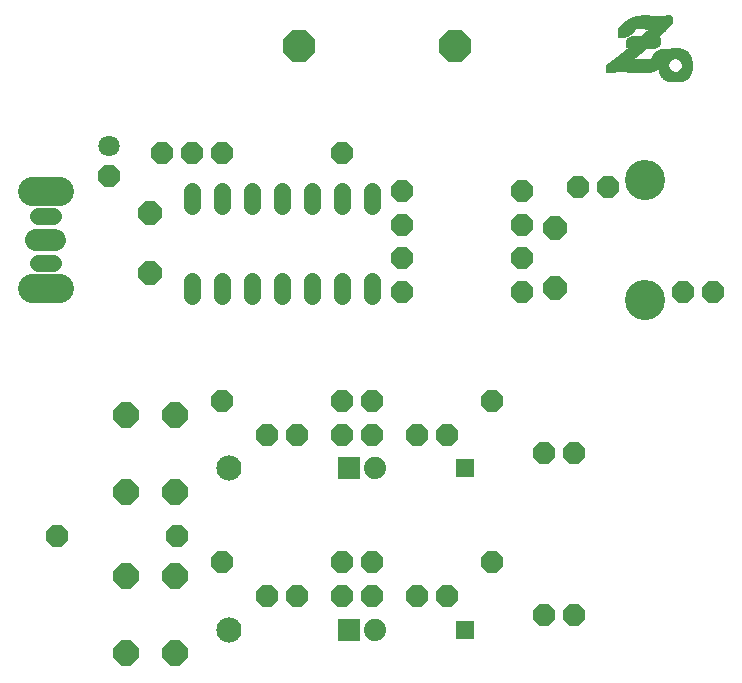
<source format=gts>
G75*
%MOIN*%
%OFA0B0*%
%FSLAX25Y25*%
%IPPOS*%
%LPD*%
%AMOC8*
5,1,8,0,0,1.08239X$1,22.5*
%
%ADD10OC8,0.08400*%
%ADD11C,0.05600*%
%ADD12OC8,0.07400*%
%ADD13OC8,0.07800*%
%ADD14C,0.13398*%
%ADD15C,0.08400*%
%ADD16R,0.07800X0.07800*%
%ADD17R,0.06400X0.06400*%
%ADD18C,0.07400*%
%ADD19OC8,0.07100*%
%ADD20C,0.07100*%
%ADD21OC8,0.10800*%
%ADD22C,0.00500*%
%ADD23C,0.05800*%
%ADD24C,0.07400*%
%ADD25C,0.09658*%
D10*
X0051050Y0019950D03*
X0067450Y0019950D03*
X0067450Y0045550D03*
X0051050Y0045550D03*
X0051050Y0073700D03*
X0067450Y0073700D03*
X0067450Y0099300D03*
X0051050Y0099300D03*
D11*
X0073000Y0139100D02*
X0073000Y0143900D01*
X0083000Y0143900D02*
X0083000Y0139100D01*
X0093000Y0139100D02*
X0093000Y0143900D01*
X0103000Y0143900D02*
X0103000Y0139100D01*
X0113000Y0139100D02*
X0113000Y0143900D01*
X0123000Y0143900D02*
X0123000Y0139100D01*
X0133000Y0139100D02*
X0133000Y0143900D01*
X0133000Y0169100D02*
X0133000Y0173900D01*
X0123000Y0173900D02*
X0123000Y0169100D01*
X0113000Y0169100D02*
X0113000Y0173900D01*
X0103000Y0173900D02*
X0103000Y0169100D01*
X0093000Y0169100D02*
X0093000Y0173900D01*
X0083000Y0173900D02*
X0083000Y0169100D01*
X0073000Y0169100D02*
X0073000Y0173900D01*
D12*
X0073000Y0186500D03*
X0083000Y0186500D03*
X0063000Y0186500D03*
X0123000Y0186500D03*
X0143000Y0174000D03*
X0143000Y0162750D03*
X0143000Y0151500D03*
X0143000Y0140250D03*
X0183000Y0140250D03*
X0183000Y0151500D03*
X0183000Y0162750D03*
X0183000Y0174000D03*
X0201750Y0175250D03*
X0211750Y0175250D03*
X0236750Y0140250D03*
X0246750Y0140250D03*
X0173000Y0104000D03*
X0158000Y0092750D03*
X0148000Y0092750D03*
X0133000Y0092750D03*
X0123000Y0092750D03*
X0123000Y0104000D03*
X0133000Y0104000D03*
X0108000Y0092750D03*
X0098000Y0092750D03*
X0083000Y0104000D03*
X0068000Y0059000D03*
X0083000Y0050250D03*
X0098000Y0039000D03*
X0108000Y0039000D03*
X0123000Y0039000D03*
X0133000Y0039000D03*
X0148000Y0039000D03*
X0158000Y0039000D03*
X0173000Y0050250D03*
X0190500Y0032750D03*
X0200500Y0032750D03*
X0133000Y0050250D03*
X0123000Y0050250D03*
X0190500Y0086500D03*
X0200500Y0086500D03*
X0028000Y0059000D03*
D13*
X0059250Y0146500D03*
X0059250Y0166500D03*
X0194250Y0161500D03*
X0194250Y0141500D03*
D14*
X0224250Y0137750D03*
X0224250Y0177750D03*
D15*
X0085500Y0081500D03*
X0085500Y0027750D03*
D16*
X0125500Y0027750D03*
X0125500Y0081500D03*
D17*
X0164250Y0081500D03*
X0164250Y0027750D03*
D18*
X0134250Y0027750D03*
X0134250Y0081500D03*
D19*
X0045500Y0179000D03*
D20*
X0045500Y0189000D03*
D21*
X0108750Y0222250D03*
X0160750Y0222250D03*
D22*
X0211500Y0215475D02*
X0211550Y0215675D01*
X0211650Y0215825D01*
X0211700Y0215875D01*
X0211750Y0215950D01*
X0211800Y0216000D01*
X0211850Y0216075D01*
X0211925Y0216125D01*
X0212075Y0216275D01*
X0212150Y0216325D01*
X0212225Y0216400D01*
X0212375Y0216500D01*
X0212450Y0216575D01*
X0212525Y0216625D01*
X0212600Y0216700D01*
X0212750Y0216800D01*
X0212850Y0216875D01*
X0213000Y0216975D01*
X0213075Y0217050D01*
X0213225Y0217150D01*
X0213300Y0217225D01*
X0213375Y0217275D01*
X0213475Y0217350D01*
X0213625Y0217450D01*
X0213700Y0217525D01*
X0213775Y0217575D01*
X0213850Y0217650D01*
X0213925Y0217700D01*
X0214025Y0217750D01*
X0214100Y0217825D01*
X0214175Y0217875D01*
X0214250Y0217950D01*
X0214325Y0218000D01*
X0214400Y0218075D01*
X0214550Y0218175D01*
X0214650Y0218250D01*
X0214725Y0218300D01*
X0214800Y0218375D01*
X0214875Y0218425D01*
X0214950Y0218500D01*
X0215100Y0218600D01*
X0215175Y0218675D01*
X0215275Y0218725D01*
X0215350Y0218800D01*
X0215425Y0218850D01*
X0215500Y0218925D01*
X0215575Y0218975D01*
X0215650Y0219050D01*
X0215725Y0219100D01*
X0215800Y0219175D01*
X0215900Y0219225D01*
X0215975Y0219300D01*
X0216050Y0219350D01*
X0216125Y0219425D01*
X0216275Y0219525D01*
X0216350Y0219600D01*
X0216425Y0219650D01*
X0216500Y0219725D01*
X0216575Y0219775D01*
X0216650Y0219850D01*
X0216750Y0219900D01*
X0216825Y0219975D01*
X0216900Y0220025D01*
X0216975Y0220100D01*
X0217050Y0220150D01*
X0217125Y0220225D01*
X0217200Y0220275D01*
X0217275Y0220350D01*
X0217350Y0220400D01*
X0217425Y0220475D01*
X0217500Y0220525D01*
X0217575Y0220600D01*
X0217650Y0220650D01*
X0217725Y0220725D01*
X0217825Y0220775D01*
X0217900Y0220850D01*
X0217975Y0220900D01*
X0218050Y0220975D01*
X0218125Y0221025D01*
X0218200Y0221100D01*
X0218275Y0221150D01*
X0218425Y0221300D01*
X0218500Y0221350D01*
X0218575Y0221425D01*
X0218650Y0221475D01*
X0218725Y0221550D01*
X0218800Y0221600D01*
X0218875Y0221675D01*
X0218950Y0221725D01*
X0219025Y0221800D01*
X0219100Y0221850D01*
X0219175Y0221925D01*
X0219225Y0221950D01*
X0219275Y0222000D01*
X0218250Y0222000D01*
X0218200Y0222025D01*
X0218125Y0222075D01*
X0218075Y0222125D01*
X0218025Y0222200D01*
X0218000Y0222275D01*
X0218000Y0223925D01*
X0218025Y0224025D01*
X0218050Y0224100D01*
X0218100Y0224175D01*
X0218125Y0224275D01*
X0218225Y0224425D01*
X0218300Y0224475D01*
X0218350Y0224550D01*
X0218425Y0224625D01*
X0218500Y0224675D01*
X0218575Y0224750D01*
X0218725Y0224850D01*
X0218800Y0224925D01*
X0218875Y0224950D01*
X0218975Y0225000D01*
X0219050Y0225050D01*
X0219150Y0225075D01*
X0219250Y0225125D01*
X0219325Y0225150D01*
X0219525Y0225200D01*
X0219600Y0225225D01*
X0219700Y0225250D01*
X0219800Y0225250D01*
X0219900Y0225275D01*
X0223050Y0225275D01*
X0223100Y0225350D01*
X0223175Y0225400D01*
X0223425Y0225650D01*
X0223500Y0225700D01*
X0223575Y0225775D01*
X0223625Y0225850D01*
X0223700Y0225925D01*
X0223775Y0225975D01*
X0224000Y0226200D01*
X0224075Y0226250D01*
X0224150Y0226325D01*
X0224200Y0226400D01*
X0224350Y0226550D01*
X0224425Y0226600D01*
X0224575Y0226750D01*
X0224625Y0226825D01*
X0224700Y0226875D01*
X0224925Y0227100D01*
X0225000Y0227150D01*
X0225050Y0227225D01*
X0225275Y0227450D01*
X0225350Y0227500D01*
X0225425Y0227575D01*
X0225475Y0227650D01*
X0225625Y0227800D01*
X0225700Y0227850D01*
X0225750Y0227925D01*
X0225825Y0228000D01*
X0225900Y0228050D01*
X0225825Y0228050D01*
X0225725Y0228075D01*
X0225350Y0228075D01*
X0225250Y0228100D01*
X0224850Y0228100D01*
X0224750Y0228125D01*
X0224475Y0228125D01*
X0224375Y0228150D01*
X0224175Y0228150D01*
X0224075Y0228175D01*
X0223800Y0228175D01*
X0223700Y0228200D01*
X0223325Y0228200D01*
X0223225Y0228225D01*
X0222925Y0228225D01*
X0222825Y0228250D01*
X0222550Y0228250D01*
X0222450Y0228275D01*
X0222075Y0228275D01*
X0221975Y0228300D01*
X0221600Y0228300D01*
X0221500Y0228325D01*
X0221300Y0228325D01*
X0221225Y0228300D01*
X0221125Y0228300D01*
X0220925Y0228250D01*
X0220850Y0228225D01*
X0220750Y0228200D01*
X0220675Y0228150D01*
X0220600Y0228075D01*
X0220525Y0228025D01*
X0220475Y0227950D01*
X0220425Y0227850D01*
X0220350Y0227625D01*
X0220300Y0227550D01*
X0220275Y0227450D01*
X0220250Y0227375D01*
X0220225Y0227275D01*
X0219975Y0226900D01*
X0219600Y0226525D01*
X0219375Y0226375D01*
X0219325Y0226325D01*
X0219175Y0226225D01*
X0219075Y0226175D01*
X0218925Y0226075D01*
X0218825Y0226025D01*
X0218675Y0225925D01*
X0218575Y0225875D01*
X0218500Y0225850D01*
X0218400Y0225800D01*
X0218325Y0225750D01*
X0218225Y0225725D01*
X0218150Y0225675D01*
X0218050Y0225650D01*
X0217975Y0225600D01*
X0217775Y0225550D01*
X0217700Y0225525D01*
X0217300Y0225425D01*
X0215525Y0225425D01*
X0215450Y0225475D01*
X0215375Y0225500D01*
X0215275Y0225650D01*
X0215275Y0227375D01*
X0215350Y0227675D01*
X0215375Y0227750D01*
X0215425Y0227850D01*
X0215450Y0227950D01*
X0215550Y0228100D01*
X0215600Y0228200D01*
X0215700Y0228350D01*
X0215750Y0228450D01*
X0215825Y0228525D01*
X0215925Y0228675D01*
X0216000Y0228750D01*
X0216050Y0228825D01*
X0216125Y0228900D01*
X0216175Y0228975D01*
X0216250Y0229050D01*
X0216300Y0229125D01*
X0216725Y0229550D01*
X0216800Y0229600D01*
X0217000Y0229800D01*
X0217075Y0229850D01*
X0217150Y0229925D01*
X0217225Y0229975D01*
X0217325Y0230050D01*
X0217400Y0230100D01*
X0217475Y0230175D01*
X0217625Y0230275D01*
X0217700Y0230350D01*
X0217800Y0230400D01*
X0218025Y0230550D01*
X0218125Y0230625D01*
X0218275Y0230725D01*
X0218375Y0230775D01*
X0218450Y0230825D01*
X0218550Y0230875D01*
X0218625Y0230925D01*
X0218700Y0230950D01*
X0218800Y0231000D01*
X0218875Y0231050D01*
X0218975Y0231100D01*
X0219050Y0231150D01*
X0219150Y0231175D01*
X0219225Y0231225D01*
X0219325Y0231275D01*
X0219425Y0231300D01*
X0219500Y0231350D01*
X0219600Y0231375D01*
X0219675Y0231425D01*
X0219775Y0231450D01*
X0219875Y0231500D01*
X0219950Y0231525D01*
X0220050Y0231550D01*
X0220150Y0231600D01*
X0220250Y0231625D01*
X0220325Y0231650D01*
X0220425Y0231700D01*
X0220525Y0231725D01*
X0220600Y0231750D01*
X0221000Y0231850D01*
X0221075Y0231875D01*
X0221375Y0231950D01*
X0221475Y0231950D01*
X0221575Y0231975D01*
X0221650Y0232000D01*
X0221750Y0232025D01*
X0221850Y0232025D01*
X0221950Y0232050D01*
X0222050Y0232050D01*
X0222150Y0232075D01*
X0222225Y0232075D01*
X0222325Y0232100D01*
X0222525Y0232100D01*
X0222625Y0232125D01*
X0222825Y0232125D01*
X0222900Y0232150D01*
X0225550Y0232150D01*
X0225650Y0232125D01*
X0226025Y0232125D01*
X0226125Y0232100D01*
X0226425Y0232100D01*
X0226525Y0232075D01*
X0226825Y0232075D01*
X0226900Y0232050D01*
X0227200Y0232050D01*
X0227300Y0232025D01*
X0227600Y0232025D01*
X0227700Y0232000D01*
X0227975Y0232000D01*
X0228075Y0231975D01*
X0228375Y0231975D01*
X0228475Y0231950D01*
X0228775Y0231950D01*
X0228875Y0231925D01*
X0229250Y0231925D01*
X0229350Y0231900D01*
X0229750Y0231900D01*
X0229825Y0231875D01*
X0229925Y0231875D01*
X0230000Y0231900D01*
X0230100Y0231900D01*
X0230400Y0231975D01*
X0230475Y0232000D01*
X0230575Y0232050D01*
X0230650Y0232075D01*
X0230750Y0232075D01*
X0230900Y0232125D01*
X0231000Y0232125D01*
X0231100Y0232150D01*
X0232750Y0232150D01*
X0232900Y0232100D01*
X0232975Y0232050D01*
X0233025Y0232000D01*
X0233075Y0231925D01*
X0233075Y0230275D01*
X0233050Y0230225D01*
X0233000Y0230150D01*
X0232975Y0230050D01*
X0232900Y0229975D01*
X0232750Y0229750D01*
X0232675Y0229675D01*
X0232625Y0229600D01*
X0232550Y0229525D01*
X0232500Y0229450D01*
X0232350Y0229300D01*
X0232300Y0229225D01*
X0232225Y0229175D01*
X0232150Y0229100D01*
X0232100Y0229025D01*
X0231950Y0228875D01*
X0231900Y0228800D01*
X0231675Y0228575D01*
X0231625Y0228500D01*
X0231550Y0228425D01*
X0231475Y0228375D01*
X0231425Y0228300D01*
X0231200Y0228075D01*
X0231150Y0228000D01*
X0231000Y0227850D01*
X0230925Y0227800D01*
X0230875Y0227725D01*
X0230650Y0227500D01*
X0230600Y0227425D01*
X0230525Y0227375D01*
X0230375Y0227225D01*
X0230325Y0227150D01*
X0230175Y0227000D01*
X0230100Y0226950D01*
X0230050Y0226875D01*
X0229825Y0226650D01*
X0229750Y0226600D01*
X0229700Y0226525D01*
X0229475Y0226300D01*
X0229400Y0226250D01*
X0229350Y0226175D01*
X0229200Y0226025D01*
X0229125Y0225975D01*
X0228975Y0225825D01*
X0228925Y0225750D01*
X0228850Y0225700D01*
X0228625Y0225475D01*
X0228550Y0225425D01*
X0228500Y0225350D01*
X0228425Y0225275D01*
X0228350Y0225225D01*
X0228300Y0225175D01*
X0228400Y0225125D01*
X0228500Y0225100D01*
X0228575Y0225075D01*
X0228675Y0225025D01*
X0228825Y0224925D01*
X0228900Y0224850D01*
X0228950Y0224775D01*
X0228975Y0224675D01*
X0228975Y0222950D01*
X0228925Y0222875D01*
X0228900Y0222800D01*
X0228850Y0222700D01*
X0228800Y0222625D01*
X0228675Y0222500D01*
X0228625Y0222425D01*
X0228550Y0222375D01*
X0228475Y0222300D01*
X0228400Y0222250D01*
X0228325Y0222175D01*
X0228100Y0222025D01*
X0228000Y0221975D01*
X0227925Y0221925D01*
X0227825Y0221900D01*
X0227750Y0221850D01*
X0227650Y0221825D01*
X0227575Y0221775D01*
X0227475Y0221750D01*
X0227400Y0221725D01*
X0227300Y0221700D01*
X0227200Y0221700D01*
X0227100Y0221675D01*
X0225450Y0221675D01*
X0225350Y0221700D01*
X0225275Y0221725D01*
X0225175Y0221775D01*
X0225075Y0221875D01*
X0225000Y0221900D01*
X0224900Y0221900D01*
X0224825Y0221925D01*
X0224725Y0221925D01*
X0224650Y0221875D01*
X0224550Y0221775D01*
X0224475Y0221725D01*
X0224400Y0221650D01*
X0224325Y0221600D01*
X0224250Y0221525D01*
X0224175Y0221475D01*
X0224100Y0221400D01*
X0224025Y0221350D01*
X0223875Y0221200D01*
X0223800Y0221150D01*
X0223725Y0221075D01*
X0223650Y0221025D01*
X0223575Y0220950D01*
X0223500Y0220900D01*
X0223425Y0220825D01*
X0223350Y0220775D01*
X0223200Y0220625D01*
X0223125Y0220575D01*
X0223050Y0220500D01*
X0222975Y0220450D01*
X0222900Y0220375D01*
X0222825Y0220325D01*
X0222750Y0220250D01*
X0222675Y0220200D01*
X0222600Y0220125D01*
X0222525Y0220075D01*
X0222450Y0220000D01*
X0222375Y0219950D01*
X0222300Y0219875D01*
X0222225Y0219825D01*
X0222150Y0219750D01*
X0222075Y0219700D01*
X0222000Y0219625D01*
X0221925Y0219575D01*
X0221850Y0219500D01*
X0221700Y0219400D01*
X0221625Y0219325D01*
X0221550Y0219275D01*
X0221475Y0219200D01*
X0221400Y0219150D01*
X0221325Y0219075D01*
X0221250Y0219025D01*
X0221175Y0218950D01*
X0221100Y0218900D01*
X0221025Y0218825D01*
X0220950Y0218775D01*
X0220875Y0218700D01*
X0220800Y0218650D01*
X0220725Y0218575D01*
X0220650Y0218525D01*
X0220575Y0218450D01*
X0220500Y0218400D01*
X0220425Y0218325D01*
X0220275Y0218225D01*
X0220200Y0218150D01*
X0220125Y0218100D01*
X0220050Y0218025D01*
X0219900Y0217925D01*
X0219850Y0217875D01*
X0219775Y0217825D01*
X0219725Y0217775D01*
X0219675Y0217750D01*
X0219775Y0217750D01*
X0219875Y0217725D01*
X0220650Y0217725D01*
X0220750Y0217700D01*
X0221125Y0217700D01*
X0221225Y0217675D01*
X0221625Y0217675D01*
X0221725Y0217650D01*
X0222225Y0217650D01*
X0222325Y0217625D01*
X0222825Y0217625D01*
X0222925Y0217600D01*
X0223500Y0217600D01*
X0223600Y0217575D01*
X0224075Y0217575D01*
X0224175Y0217550D01*
X0224675Y0217550D01*
X0224775Y0217525D01*
X0225350Y0217525D01*
X0225450Y0217500D01*
X0226000Y0217500D01*
X0226100Y0217475D01*
X0226200Y0217475D01*
X0226200Y0217500D01*
X0226275Y0217575D01*
X0226375Y0217725D01*
X0226425Y0217825D01*
X0226450Y0217900D01*
X0226500Y0217975D01*
X0226550Y0218075D01*
X0226600Y0218150D01*
X0226650Y0218250D01*
X0226675Y0218325D01*
X0226725Y0218425D01*
X0226750Y0218500D01*
X0226800Y0218600D01*
X0226825Y0218700D01*
X0226875Y0218775D01*
X0226925Y0218975D01*
X0226950Y0219050D01*
X0227000Y0219150D01*
X0227025Y0219250D01*
X0227075Y0219325D01*
X0227100Y0219425D01*
X0227150Y0219500D01*
X0227225Y0219575D01*
X0227325Y0219725D01*
X0227400Y0219775D01*
X0227600Y0219975D01*
X0227825Y0220125D01*
X0227900Y0220200D01*
X0228200Y0220400D01*
X0228300Y0220450D01*
X0228450Y0220550D01*
X0228550Y0220600D01*
X0228625Y0220625D01*
X0228700Y0220675D01*
X0228800Y0220725D01*
X0228875Y0220775D01*
X0228975Y0220800D01*
X0229075Y0220850D01*
X0229150Y0220875D01*
X0229250Y0220925D01*
X0229350Y0220950D01*
X0229425Y0220975D01*
X0229825Y0221075D01*
X0230000Y0221075D01*
X0230100Y0221100D01*
X0231675Y0221100D01*
X0231725Y0221075D01*
X0231800Y0221050D01*
X0231875Y0221000D01*
X0231900Y0220975D01*
X0232000Y0221000D01*
X0232075Y0221025D01*
X0232175Y0221050D01*
X0232250Y0221075D01*
X0232350Y0221100D01*
X0232425Y0221125D01*
X0232525Y0221125D01*
X0232600Y0221150D01*
X0232700Y0221175D01*
X0232875Y0221175D01*
X0232975Y0221200D01*
X0233150Y0221200D01*
X0233250Y0221225D01*
X0233875Y0221225D01*
X0235375Y0221225D01*
X0235475Y0221200D01*
X0235675Y0221200D01*
X0235875Y0221150D01*
X0235975Y0221150D01*
X0236075Y0221125D01*
X0236150Y0221100D01*
X0236750Y0220950D01*
X0236825Y0220925D01*
X0236925Y0220875D01*
X0237025Y0220850D01*
X0237100Y0220800D01*
X0237200Y0220750D01*
X0237300Y0220725D01*
X0237375Y0220675D01*
X0237475Y0220625D01*
X0237625Y0220525D01*
X0237725Y0220475D01*
X0237800Y0220400D01*
X0237875Y0220350D01*
X0237975Y0220300D01*
X0238050Y0220225D01*
X0238125Y0220175D01*
X0238325Y0219975D01*
X0238375Y0219900D01*
X0238450Y0219850D01*
X0238525Y0219775D01*
X0238625Y0219625D01*
X0238700Y0219550D01*
X0238800Y0219400D01*
X0238875Y0219325D01*
X0238925Y0219250D01*
X0238975Y0219150D01*
X0239075Y0219000D01*
X0239100Y0218900D01*
X0239150Y0218825D01*
X0239200Y0218725D01*
X0239225Y0218650D01*
X0239275Y0218550D01*
X0239300Y0218475D01*
X0239325Y0218425D01*
X0239325Y0213300D01*
X0239300Y0213200D01*
X0239250Y0213125D01*
X0239225Y0213025D01*
X0239175Y0212950D01*
X0239125Y0212850D01*
X0239100Y0212775D01*
X0239050Y0212675D01*
X0238950Y0212525D01*
X0238900Y0212425D01*
X0238850Y0212350D01*
X0238775Y0212275D01*
X0238675Y0212125D01*
X0238600Y0212050D01*
X0238550Y0211975D01*
X0238400Y0211825D01*
X0238350Y0211750D01*
X0238275Y0211675D01*
X0238200Y0211625D01*
X0238125Y0211550D01*
X0238050Y0211500D01*
X0237975Y0211425D01*
X0237825Y0211325D01*
X0237750Y0211250D01*
X0237650Y0211200D01*
X0237500Y0211100D01*
X0237425Y0211075D01*
X0237325Y0211025D01*
X0237250Y0210975D01*
X0237150Y0210925D01*
X0237075Y0210900D01*
X0236975Y0210850D01*
X0236900Y0210825D01*
X0236800Y0210800D01*
X0236700Y0210750D01*
X0236625Y0210725D01*
X0236425Y0210675D01*
X0236350Y0210650D01*
X0236050Y0210575D01*
X0235975Y0210575D01*
X0235875Y0210550D01*
X0235775Y0210550D01*
X0235675Y0210525D01*
X0235575Y0210525D01*
X0235475Y0210500D01*
X0233875Y0210500D01*
X0233875Y0213400D01*
X0233925Y0213400D01*
X0234075Y0213350D01*
X0234175Y0213325D01*
X0234225Y0213325D01*
X0234275Y0213300D01*
X0234575Y0213375D01*
X0234650Y0213400D01*
X0234850Y0213450D01*
X0234950Y0213500D01*
X0235025Y0213525D01*
X0235125Y0213575D01*
X0235225Y0213600D01*
X0235300Y0213650D01*
X0235400Y0213700D01*
X0235550Y0213800D01*
X0235650Y0213875D01*
X0235725Y0213925D01*
X0235800Y0214000D01*
X0235875Y0214050D01*
X0236025Y0214200D01*
X0236075Y0214275D01*
X0236150Y0214350D01*
X0236200Y0214425D01*
X0236275Y0214500D01*
X0236325Y0214575D01*
X0236375Y0214675D01*
X0236425Y0214750D01*
X0236475Y0214850D01*
X0236525Y0214925D01*
X0236575Y0215025D01*
X0236600Y0215100D01*
X0236650Y0215200D01*
X0236700Y0215400D01*
X0236725Y0215475D01*
X0236800Y0215775D01*
X0236825Y0215850D01*
X0236800Y0215900D01*
X0236800Y0215950D01*
X0236700Y0216350D01*
X0236675Y0216425D01*
X0236625Y0216525D01*
X0236600Y0216625D01*
X0236550Y0216700D01*
X0236500Y0216800D01*
X0236475Y0216875D01*
X0236425Y0216975D01*
X0236325Y0217125D01*
X0236250Y0217225D01*
X0236200Y0217300D01*
X0236125Y0217375D01*
X0236075Y0217450D01*
X0235800Y0217725D01*
X0235725Y0217775D01*
X0235625Y0217850D01*
X0235400Y0218000D01*
X0235300Y0218050D01*
X0235225Y0218100D01*
X0235125Y0218125D01*
X0235050Y0218175D01*
X0234975Y0218200D01*
X0234875Y0218250D01*
X0234800Y0218275D01*
X0234700Y0218300D01*
X0234625Y0218325D01*
X0234525Y0218350D01*
X0234450Y0218375D01*
X0234350Y0218400D01*
X0234275Y0218400D01*
X0234200Y0218375D01*
X0234100Y0218375D01*
X0234025Y0218350D01*
X0233925Y0218325D01*
X0233875Y0218300D01*
X0233875Y0221225D01*
X0233875Y0218300D01*
X0233850Y0218300D01*
X0233750Y0218275D01*
X0233650Y0218225D01*
X0233575Y0218200D01*
X0233475Y0218175D01*
X0233400Y0218125D01*
X0233300Y0218075D01*
X0233225Y0218025D01*
X0233125Y0217975D01*
X0232825Y0217775D01*
X0232750Y0217700D01*
X0232675Y0217650D01*
X0232525Y0217500D01*
X0232475Y0217425D01*
X0232400Y0217350D01*
X0232300Y0217200D01*
X0232225Y0217125D01*
X0232175Y0217050D01*
X0232125Y0216950D01*
X0232075Y0216875D01*
X0232050Y0216775D01*
X0232000Y0216700D01*
X0231950Y0216600D01*
X0231925Y0216525D01*
X0231900Y0216425D01*
X0231850Y0216325D01*
X0231825Y0216250D01*
X0231750Y0215950D01*
X0231750Y0215775D01*
X0231775Y0215700D01*
X0231825Y0215500D01*
X0231850Y0215425D01*
X0231900Y0215225D01*
X0231950Y0215125D01*
X0231975Y0215050D01*
X0232025Y0214950D01*
X0232075Y0214875D01*
X0232125Y0214775D01*
X0232225Y0214625D01*
X0232275Y0214525D01*
X0232325Y0214450D01*
X0232400Y0214375D01*
X0232450Y0214300D01*
X0232600Y0214150D01*
X0232650Y0214075D01*
X0232725Y0214025D01*
X0232800Y0213950D01*
X0232875Y0213900D01*
X0232975Y0213850D01*
X0233050Y0213775D01*
X0233200Y0213675D01*
X0233300Y0213625D01*
X0233375Y0213600D01*
X0233475Y0213550D01*
X0233575Y0213525D01*
X0233650Y0213475D01*
X0233750Y0213450D01*
X0233825Y0213425D01*
X0233875Y0213400D01*
X0233875Y0210500D01*
X0233050Y0210500D01*
X0232950Y0210525D01*
X0232850Y0210525D01*
X0232750Y0210550D01*
X0232650Y0210550D01*
X0232575Y0210575D01*
X0232475Y0210600D01*
X0232375Y0210600D01*
X0232075Y0210675D01*
X0232000Y0210700D01*
X0231900Y0210750D01*
X0231700Y0210800D01*
X0231625Y0210850D01*
X0231525Y0210875D01*
X0231425Y0210925D01*
X0231350Y0210950D01*
X0231250Y0211000D01*
X0231175Y0211050D01*
X0231075Y0211100D01*
X0230925Y0211200D01*
X0230825Y0211250D01*
X0230750Y0211300D01*
X0230675Y0211375D01*
X0230525Y0211475D01*
X0230450Y0211550D01*
X0230375Y0211600D01*
X0229950Y0212025D01*
X0229900Y0212100D01*
X0229825Y0212175D01*
X0229775Y0212275D01*
X0229625Y0212500D01*
X0229575Y0212600D01*
X0229525Y0212675D01*
X0229475Y0212775D01*
X0229375Y0212925D01*
X0229350Y0213025D01*
X0229300Y0213125D01*
X0229275Y0213200D01*
X0229225Y0213300D01*
X0229200Y0213400D01*
X0229175Y0213475D01*
X0229125Y0213675D01*
X0229075Y0213750D01*
X0229075Y0213850D01*
X0229000Y0214150D01*
X0229000Y0214250D01*
X0228975Y0214325D01*
X0228950Y0214425D01*
X0228950Y0214625D01*
X0228925Y0214725D01*
X0228925Y0215075D01*
X0228850Y0215050D01*
X0228800Y0215000D01*
X0228575Y0214850D01*
X0228475Y0214800D01*
X0228325Y0214700D01*
X0228225Y0214650D01*
X0228075Y0214550D01*
X0227975Y0214500D01*
X0227900Y0214450D01*
X0227825Y0214425D01*
X0227725Y0214375D01*
X0227650Y0214325D01*
X0227550Y0214300D01*
X0227475Y0214250D01*
X0227375Y0214200D01*
X0227300Y0214175D01*
X0227200Y0214125D01*
X0227100Y0214100D01*
X0227025Y0214075D01*
X0226925Y0214025D01*
X0226825Y0214000D01*
X0226750Y0213975D01*
X0226650Y0213950D01*
X0226550Y0213900D01*
X0226250Y0213825D01*
X0226175Y0213800D01*
X0226075Y0213800D01*
X0225775Y0213725D01*
X0225675Y0213725D01*
X0225575Y0213700D01*
X0225475Y0213700D01*
X0225375Y0213675D01*
X0225175Y0213675D01*
X0225075Y0213650D01*
X0222250Y0213650D01*
X0222150Y0213675D01*
X0221575Y0213675D01*
X0221475Y0213700D01*
X0221000Y0213700D01*
X0220900Y0213725D01*
X0220300Y0213725D01*
X0220225Y0213750D01*
X0219625Y0213750D01*
X0219525Y0213775D01*
X0218950Y0213775D01*
X0218850Y0213800D01*
X0218450Y0213800D01*
X0218350Y0213825D01*
X0217950Y0213825D01*
X0217850Y0213850D01*
X0217650Y0213850D01*
X0217550Y0213875D01*
X0217175Y0213875D01*
X0217075Y0213900D01*
X0216575Y0213900D01*
X0216475Y0213925D01*
X0215125Y0213925D01*
X0215050Y0213900D01*
X0214850Y0213900D01*
X0214775Y0213875D01*
X0214675Y0213875D01*
X0214600Y0213850D01*
X0214500Y0213850D01*
X0214400Y0213825D01*
X0214325Y0213825D01*
X0214125Y0213775D01*
X0214050Y0213750D01*
X0213950Y0213750D01*
X0213850Y0213725D01*
X0213700Y0213675D01*
X0213625Y0213675D01*
X0213575Y0213650D01*
X0211825Y0213650D01*
X0211600Y0213725D01*
X0211550Y0213775D01*
X0211525Y0213850D01*
X0211500Y0213900D01*
X0211500Y0215475D01*
X0211500Y0215361D02*
X0231866Y0215361D01*
X0231750Y0215860D02*
X0211685Y0215860D01*
X0212183Y0216358D02*
X0231867Y0216358D01*
X0232070Y0216857D02*
X0212826Y0216857D01*
X0213483Y0217355D02*
X0232405Y0217355D01*
X0232943Y0217854D02*
X0226435Y0217854D01*
X0226689Y0218352D02*
X0233875Y0218352D01*
X0234032Y0218352D01*
X0234518Y0218352D02*
X0239325Y0218352D01*
X0239356Y0218352D01*
X0239350Y0218375D02*
X0239375Y0218275D01*
X0239400Y0218200D01*
X0239475Y0217900D01*
X0239500Y0217825D01*
X0239550Y0217625D01*
X0239550Y0217525D01*
X0239575Y0217425D01*
X0239575Y0217350D01*
X0239600Y0217250D01*
X0239600Y0217150D01*
X0239625Y0217050D01*
X0239625Y0214650D01*
X0239600Y0214575D01*
X0239600Y0214400D01*
X0239575Y0214300D01*
X0239575Y0214225D01*
X0239550Y0214125D01*
X0239525Y0214050D01*
X0239525Y0213950D01*
X0239500Y0213850D01*
X0239475Y0213775D01*
X0239400Y0213475D01*
X0239350Y0213400D01*
X0239325Y0213300D01*
X0239325Y0218425D01*
X0239350Y0218375D01*
X0239325Y0217854D02*
X0235619Y0217854D01*
X0236145Y0217355D02*
X0239325Y0217355D01*
X0239575Y0217355D01*
X0239625Y0216857D02*
X0239325Y0216857D01*
X0236481Y0216857D01*
X0236697Y0216358D02*
X0239325Y0216358D01*
X0239625Y0216358D01*
X0239625Y0215860D02*
X0239325Y0215860D01*
X0236820Y0215860D01*
X0236690Y0215361D02*
X0239325Y0215361D01*
X0239625Y0215361D01*
X0239625Y0214863D02*
X0239325Y0214863D01*
X0236484Y0214863D01*
X0236160Y0214364D02*
X0239325Y0214364D01*
X0239591Y0214364D01*
X0239504Y0213866D02*
X0239325Y0213866D01*
X0235638Y0213866D01*
X0234544Y0213367D02*
X0239325Y0213367D01*
X0239342Y0213367D01*
X0239134Y0212869D02*
X0233875Y0212869D01*
X0229412Y0212869D01*
X0229208Y0213367D02*
X0233875Y0213367D01*
X0234023Y0213367D01*
X0233875Y0212370D02*
X0238864Y0212370D01*
X0238447Y0211872D02*
X0233875Y0211872D01*
X0230103Y0211872D01*
X0229711Y0212370D02*
X0233875Y0212370D01*
X0233875Y0211373D02*
X0237897Y0211373D01*
X0237025Y0210875D02*
X0233875Y0210875D01*
X0231526Y0210875D01*
X0230677Y0211373D02*
X0233875Y0211373D01*
X0232943Y0213866D02*
X0229071Y0213866D01*
X0228965Y0214364D02*
X0232407Y0214364D01*
X0232081Y0214863D02*
X0228925Y0214863D01*
X0228594Y0214863D02*
X0211500Y0214863D01*
X0211500Y0214364D02*
X0227709Y0214364D01*
X0226413Y0213866D02*
X0217587Y0213866D01*
X0214647Y0213866D02*
X0211517Y0213866D01*
X0214143Y0217854D02*
X0219818Y0217854D01*
X0220452Y0218352D02*
X0214777Y0218352D01*
X0215426Y0218851D02*
X0221051Y0218851D01*
X0221649Y0219349D02*
X0216049Y0219349D01*
X0216648Y0219848D02*
X0222259Y0219848D01*
X0222857Y0220346D02*
X0217271Y0220346D01*
X0217895Y0220845D02*
X0223445Y0220845D01*
X0224018Y0221343D02*
X0218490Y0221343D01*
X0219088Y0221842D02*
X0224617Y0221842D01*
X0225108Y0221842D02*
X0227718Y0221842D01*
X0228516Y0222341D02*
X0218000Y0222341D01*
X0218000Y0222839D02*
X0228913Y0222839D01*
X0228975Y0223338D02*
X0218000Y0223338D01*
X0218000Y0223836D02*
X0228975Y0223836D01*
X0228975Y0224335D02*
X0218165Y0224335D01*
X0218700Y0224833D02*
X0228911Y0224833D01*
X0228482Y0225332D02*
X0223088Y0225332D01*
X0223612Y0225830D02*
X0228980Y0225830D01*
X0229504Y0226329D02*
X0224152Y0226329D01*
X0224628Y0226827D02*
X0230002Y0226827D01*
X0230476Y0227326D02*
X0225151Y0227326D01*
X0225661Y0227824D02*
X0230961Y0227824D01*
X0231440Y0228323D02*
X0221509Y0228323D01*
X0221293Y0228323D02*
X0215682Y0228323D01*
X0215412Y0227824D02*
X0220416Y0227824D01*
X0220238Y0227326D02*
X0215275Y0227326D01*
X0215275Y0226827D02*
X0219902Y0226827D01*
X0219329Y0226329D02*
X0215275Y0226329D01*
X0215275Y0225830D02*
X0218460Y0225830D01*
X0216047Y0228821D02*
X0231914Y0228821D01*
X0232370Y0229320D02*
X0216495Y0229320D01*
X0217027Y0229818D02*
X0232795Y0229818D01*
X0233075Y0230317D02*
X0217667Y0230317D01*
X0218435Y0230815D02*
X0233075Y0230815D01*
X0233075Y0231314D02*
X0219446Y0231314D01*
X0220849Y0231812D02*
X0233075Y0231812D01*
X0233875Y0220845D02*
X0229065Y0220845D01*
X0228120Y0220346D02*
X0233875Y0220346D01*
X0237882Y0220346D01*
X0238452Y0219848D02*
X0233875Y0219848D01*
X0227473Y0219848D01*
X0227081Y0219349D02*
X0233875Y0219349D01*
X0238851Y0219349D01*
X0239133Y0218851D02*
X0233875Y0218851D01*
X0226894Y0218851D01*
X0233875Y0220845D02*
X0237033Y0220845D01*
X0239325Y0217854D02*
X0239490Y0217854D01*
D23*
X0026750Y0165650D02*
X0021750Y0165650D01*
X0021750Y0149850D02*
X0026750Y0149850D01*
D24*
X0027550Y0157750D02*
X0020950Y0157750D01*
D25*
X0019821Y0173900D02*
X0028679Y0173900D01*
X0028679Y0141600D02*
X0019821Y0141600D01*
M02*

</source>
